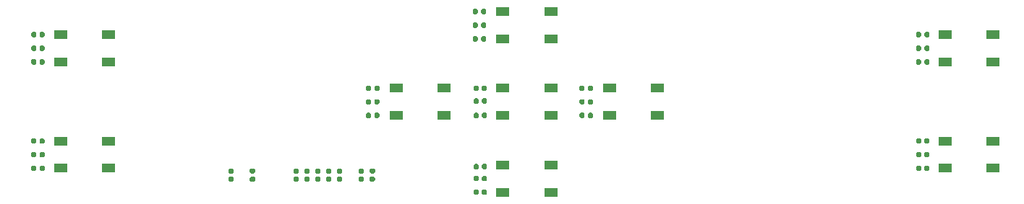
<source format=gbr>
%TF.GenerationSoftware,KiCad,Pcbnew,(5.1.6)-1*%
%TF.CreationDate,2020-11-03T20:56:16+09:00*%
%TF.ProjectId,FlightComputer-Keypad,466c6967-6874-4436-9f6d-70757465722d,rev?*%
%TF.SameCoordinates,Original*%
%TF.FileFunction,Paste,Top*%
%TF.FilePolarity,Positive*%
%FSLAX46Y46*%
G04 Gerber Fmt 4.6, Leading zero omitted, Abs format (unit mm)*
G04 Created by KiCad (PCBNEW (5.1.6)-1) date 2020-11-03 20:56:16*
%MOMM*%
%LPD*%
G01*
G04 APERTURE LIST*
%ADD10R,1.600000X1.000000*%
G04 APERTURE END LIST*
D10*
%TO.C,SW3*%
X134825000Y-91650000D03*
X134825000Y-88450000D03*
X140425000Y-91650000D03*
X140425000Y-88450000D03*
%TD*%
%TO.C,SW9*%
X95575000Y-97850000D03*
X95575000Y-94650000D03*
X101175000Y-97850000D03*
X101175000Y-94650000D03*
%TD*%
%TO.C,SW8*%
X95575000Y-85350000D03*
X95575000Y-82150000D03*
X101175000Y-85350000D03*
X101175000Y-82150000D03*
%TD*%
%TO.C,SW7*%
X199075000Y-97850000D03*
X199075000Y-94650000D03*
X204675000Y-97850000D03*
X204675000Y-94650000D03*
%TD*%
%TO.C,SW6*%
X199075000Y-85350000D03*
X199075000Y-82150000D03*
X204675000Y-85350000D03*
X204675000Y-82150000D03*
%TD*%
%TO.C,SW5*%
X147325000Y-91650000D03*
X147325000Y-88450000D03*
X152925000Y-91650000D03*
X152925000Y-88450000D03*
%TD*%
%TO.C,SW4*%
X159825000Y-91650000D03*
X159825000Y-88450000D03*
X165425000Y-91650000D03*
X165425000Y-88450000D03*
%TD*%
%TO.C,SW2*%
X147325000Y-100650000D03*
X147325000Y-97450000D03*
X152925000Y-100650000D03*
X152925000Y-97450000D03*
%TD*%
%TO.C,SW1*%
X147325000Y-82650000D03*
X147325000Y-79450000D03*
X152925000Y-82650000D03*
X152925000Y-79450000D03*
%TD*%
%TO.C,R27*%
G36*
G01*
X124202500Y-98840000D02*
X124547500Y-98840000D01*
G75*
G02*
X124695000Y-98987500I0J-147500D01*
G01*
X124695000Y-99282500D01*
G75*
G02*
X124547500Y-99430000I-147500J0D01*
G01*
X124202500Y-99430000D01*
G75*
G02*
X124055000Y-99282500I0J147500D01*
G01*
X124055000Y-98987500D01*
G75*
G02*
X124202500Y-98840000I147500J0D01*
G01*
G37*
G36*
G01*
X124202500Y-97870000D02*
X124547500Y-97870000D01*
G75*
G02*
X124695000Y-98017500I0J-147500D01*
G01*
X124695000Y-98312500D01*
G75*
G02*
X124547500Y-98460000I-147500J0D01*
G01*
X124202500Y-98460000D01*
G75*
G02*
X124055000Y-98312500I0J147500D01*
G01*
X124055000Y-98017500D01*
G75*
G02*
X124202500Y-97870000I147500J0D01*
G01*
G37*
%TD*%
%TO.C,R26*%
G36*
G01*
X115312500Y-98840000D02*
X115657500Y-98840000D01*
G75*
G02*
X115805000Y-98987500I0J-147500D01*
G01*
X115805000Y-99282500D01*
G75*
G02*
X115657500Y-99430000I-147500J0D01*
G01*
X115312500Y-99430000D01*
G75*
G02*
X115165000Y-99282500I0J147500D01*
G01*
X115165000Y-98987500D01*
G75*
G02*
X115312500Y-98840000I147500J0D01*
G01*
G37*
G36*
G01*
X115312500Y-97870000D02*
X115657500Y-97870000D01*
G75*
G02*
X115805000Y-98017500I0J-147500D01*
G01*
X115805000Y-98312500D01*
G75*
G02*
X115657500Y-98460000I-147500J0D01*
G01*
X115312500Y-98460000D01*
G75*
G02*
X115165000Y-98312500I0J147500D01*
G01*
X115165000Y-98017500D01*
G75*
G02*
X115312500Y-97870000I147500J0D01*
G01*
G37*
%TD*%
%TO.C,R25*%
G36*
G01*
X117832500Y-98840000D02*
X118177500Y-98840000D01*
G75*
G02*
X118325000Y-98987500I0J-147500D01*
G01*
X118325000Y-99282500D01*
G75*
G02*
X118177500Y-99430000I-147500J0D01*
G01*
X117832500Y-99430000D01*
G75*
G02*
X117685000Y-99282500I0J147500D01*
G01*
X117685000Y-98987500D01*
G75*
G02*
X117832500Y-98840000I147500J0D01*
G01*
G37*
G36*
G01*
X117832500Y-97870000D02*
X118177500Y-97870000D01*
G75*
G02*
X118325000Y-98017500I0J-147500D01*
G01*
X118325000Y-98312500D01*
G75*
G02*
X118177500Y-98460000I-147500J0D01*
G01*
X117832500Y-98460000D01*
G75*
G02*
X117685000Y-98312500I0J147500D01*
G01*
X117685000Y-98017500D01*
G75*
G02*
X117832500Y-97870000I147500J0D01*
G01*
G37*
%TD*%
%TO.C,R24*%
G36*
G01*
X122922500Y-98840000D02*
X123267500Y-98840000D01*
G75*
G02*
X123415000Y-98987500I0J-147500D01*
G01*
X123415000Y-99282500D01*
G75*
G02*
X123267500Y-99430000I-147500J0D01*
G01*
X122922500Y-99430000D01*
G75*
G02*
X122775000Y-99282500I0J147500D01*
G01*
X122775000Y-98987500D01*
G75*
G02*
X122922500Y-98840000I147500J0D01*
G01*
G37*
G36*
G01*
X122922500Y-97870000D02*
X123267500Y-97870000D01*
G75*
G02*
X123415000Y-98017500I0J-147500D01*
G01*
X123415000Y-98312500D01*
G75*
G02*
X123267500Y-98460000I-147500J0D01*
G01*
X122922500Y-98460000D01*
G75*
G02*
X122775000Y-98312500I0J147500D01*
G01*
X122775000Y-98017500D01*
G75*
G02*
X122922500Y-97870000I147500J0D01*
G01*
G37*
%TD*%
%TO.C,R23*%
G36*
G01*
X125477500Y-98840000D02*
X125822500Y-98840000D01*
G75*
G02*
X125970000Y-98987500I0J-147500D01*
G01*
X125970000Y-99282500D01*
G75*
G02*
X125822500Y-99430000I-147500J0D01*
G01*
X125477500Y-99430000D01*
G75*
G02*
X125330000Y-99282500I0J147500D01*
G01*
X125330000Y-98987500D01*
G75*
G02*
X125477500Y-98840000I147500J0D01*
G01*
G37*
G36*
G01*
X125477500Y-97870000D02*
X125822500Y-97870000D01*
G75*
G02*
X125970000Y-98017500I0J-147500D01*
G01*
X125970000Y-98312500D01*
G75*
G02*
X125822500Y-98460000I-147500J0D01*
G01*
X125477500Y-98460000D01*
G75*
G02*
X125330000Y-98312500I0J147500D01*
G01*
X125330000Y-98017500D01*
G75*
G02*
X125477500Y-97870000I147500J0D01*
G01*
G37*
%TD*%
%TO.C,R22*%
G36*
G01*
X128002500Y-98840000D02*
X128347500Y-98840000D01*
G75*
G02*
X128495000Y-98987500I0J-147500D01*
G01*
X128495000Y-99282500D01*
G75*
G02*
X128347500Y-99430000I-147500J0D01*
G01*
X128002500Y-99430000D01*
G75*
G02*
X127855000Y-99282500I0J147500D01*
G01*
X127855000Y-98987500D01*
G75*
G02*
X128002500Y-98840000I147500J0D01*
G01*
G37*
G36*
G01*
X128002500Y-97870000D02*
X128347500Y-97870000D01*
G75*
G02*
X128495000Y-98017500I0J-147500D01*
G01*
X128495000Y-98312500D01*
G75*
G02*
X128347500Y-98460000I-147500J0D01*
G01*
X128002500Y-98460000D01*
G75*
G02*
X127855000Y-98312500I0J147500D01*
G01*
X127855000Y-98017500D01*
G75*
G02*
X128002500Y-97870000I147500J0D01*
G01*
G37*
%TD*%
%TO.C,R21*%
G36*
G01*
X130552500Y-98850000D02*
X130897500Y-98850000D01*
G75*
G02*
X131045000Y-98997500I0J-147500D01*
G01*
X131045000Y-99292500D01*
G75*
G02*
X130897500Y-99440000I-147500J0D01*
G01*
X130552500Y-99440000D01*
G75*
G02*
X130405000Y-99292500I0J147500D01*
G01*
X130405000Y-98997500D01*
G75*
G02*
X130552500Y-98850000I147500J0D01*
G01*
G37*
G36*
G01*
X130552500Y-97880000D02*
X130897500Y-97880000D01*
G75*
G02*
X131045000Y-98027500I0J-147500D01*
G01*
X131045000Y-98322500D01*
G75*
G02*
X130897500Y-98470000I-147500J0D01*
G01*
X130552500Y-98470000D01*
G75*
G02*
X130405000Y-98322500I0J147500D01*
G01*
X130405000Y-98027500D01*
G75*
G02*
X130552500Y-97880000I147500J0D01*
G01*
G37*
%TD*%
%TO.C,R20*%
G36*
G01*
X132197500Y-98460000D02*
X131852500Y-98460000D01*
G75*
G02*
X131705000Y-98312500I0J147500D01*
G01*
X131705000Y-98017500D01*
G75*
G02*
X131852500Y-97870000I147500J0D01*
G01*
X132197500Y-97870000D01*
G75*
G02*
X132345000Y-98017500I0J-147500D01*
G01*
X132345000Y-98312500D01*
G75*
G02*
X132197500Y-98460000I-147500J0D01*
G01*
G37*
G36*
G01*
X132197500Y-99430000D02*
X131852500Y-99430000D01*
G75*
G02*
X131705000Y-99282500I0J147500D01*
G01*
X131705000Y-98987500D01*
G75*
G02*
X131852500Y-98840000I147500J0D01*
G01*
X132197500Y-98840000D01*
G75*
G02*
X132345000Y-98987500I0J-147500D01*
G01*
X132345000Y-99282500D01*
G75*
G02*
X132197500Y-99430000I-147500J0D01*
G01*
G37*
%TD*%
%TO.C,R19*%
G36*
G01*
X126752500Y-98840000D02*
X127097500Y-98840000D01*
G75*
G02*
X127245000Y-98987500I0J-147500D01*
G01*
X127245000Y-99282500D01*
G75*
G02*
X127097500Y-99430000I-147500J0D01*
G01*
X126752500Y-99430000D01*
G75*
G02*
X126605000Y-99282500I0J147500D01*
G01*
X126605000Y-98987500D01*
G75*
G02*
X126752500Y-98840000I147500J0D01*
G01*
G37*
G36*
G01*
X126752500Y-97870000D02*
X127097500Y-97870000D01*
G75*
G02*
X127245000Y-98017500I0J-147500D01*
G01*
X127245000Y-98312500D01*
G75*
G02*
X127097500Y-98460000I-147500J0D01*
G01*
X126752500Y-98460000D01*
G75*
G02*
X126605000Y-98312500I0J147500D01*
G01*
X126605000Y-98017500D01*
G75*
G02*
X126752500Y-97870000I147500J0D01*
G01*
G37*
%TD*%
%TO.C,R18*%
G36*
G01*
X93065000Y-96422500D02*
X93065000Y-96077500D01*
G75*
G02*
X93212500Y-95930000I147500J0D01*
G01*
X93507500Y-95930000D01*
G75*
G02*
X93655000Y-96077500I0J-147500D01*
G01*
X93655000Y-96422500D01*
G75*
G02*
X93507500Y-96570000I-147500J0D01*
G01*
X93212500Y-96570000D01*
G75*
G02*
X93065000Y-96422500I0J147500D01*
G01*
G37*
G36*
G01*
X92095000Y-96422500D02*
X92095000Y-96077500D01*
G75*
G02*
X92242500Y-95930000I147500J0D01*
G01*
X92537500Y-95930000D01*
G75*
G02*
X92685000Y-96077500I0J-147500D01*
G01*
X92685000Y-96422500D01*
G75*
G02*
X92537500Y-96570000I-147500J0D01*
G01*
X92242500Y-96570000D01*
G75*
G02*
X92095000Y-96422500I0J147500D01*
G01*
G37*
%TD*%
%TO.C,R17*%
G36*
G01*
X93065000Y-83922500D02*
X93065000Y-83577500D01*
G75*
G02*
X93212500Y-83430000I147500J0D01*
G01*
X93507500Y-83430000D01*
G75*
G02*
X93655000Y-83577500I0J-147500D01*
G01*
X93655000Y-83922500D01*
G75*
G02*
X93507500Y-84070000I-147500J0D01*
G01*
X93212500Y-84070000D01*
G75*
G02*
X93065000Y-83922500I0J147500D01*
G01*
G37*
G36*
G01*
X92095000Y-83922500D02*
X92095000Y-83577500D01*
G75*
G02*
X92242500Y-83430000I147500J0D01*
G01*
X92537500Y-83430000D01*
G75*
G02*
X92685000Y-83577500I0J-147500D01*
G01*
X92685000Y-83922500D01*
G75*
G02*
X92537500Y-84070000I-147500J0D01*
G01*
X92242500Y-84070000D01*
G75*
G02*
X92095000Y-83922500I0J147500D01*
G01*
G37*
%TD*%
%TO.C,R16*%
G36*
G01*
X196665000Y-96422500D02*
X196665000Y-96077500D01*
G75*
G02*
X196812500Y-95930000I147500J0D01*
G01*
X197107500Y-95930000D01*
G75*
G02*
X197255000Y-96077500I0J-147500D01*
G01*
X197255000Y-96422500D01*
G75*
G02*
X197107500Y-96570000I-147500J0D01*
G01*
X196812500Y-96570000D01*
G75*
G02*
X196665000Y-96422500I0J147500D01*
G01*
G37*
G36*
G01*
X195695000Y-96422500D02*
X195695000Y-96077500D01*
G75*
G02*
X195842500Y-95930000I147500J0D01*
G01*
X196137500Y-95930000D01*
G75*
G02*
X196285000Y-96077500I0J-147500D01*
G01*
X196285000Y-96422500D01*
G75*
G02*
X196137500Y-96570000I-147500J0D01*
G01*
X195842500Y-96570000D01*
G75*
G02*
X195695000Y-96422500I0J147500D01*
G01*
G37*
%TD*%
%TO.C,R15*%
G36*
G01*
X196665000Y-83922500D02*
X196665000Y-83577500D01*
G75*
G02*
X196812500Y-83430000I147500J0D01*
G01*
X197107500Y-83430000D01*
G75*
G02*
X197255000Y-83577500I0J-147500D01*
G01*
X197255000Y-83922500D01*
G75*
G02*
X197107500Y-84070000I-147500J0D01*
G01*
X196812500Y-84070000D01*
G75*
G02*
X196665000Y-83922500I0J147500D01*
G01*
G37*
G36*
G01*
X195695000Y-83922500D02*
X195695000Y-83577500D01*
G75*
G02*
X195842500Y-83430000I147500J0D01*
G01*
X196137500Y-83430000D01*
G75*
G02*
X196285000Y-83577500I0J-147500D01*
G01*
X196285000Y-83922500D01*
G75*
G02*
X196137500Y-84070000I-147500J0D01*
G01*
X195842500Y-84070000D01*
G75*
G02*
X195695000Y-83922500I0J147500D01*
G01*
G37*
%TD*%
%TO.C,R14*%
G36*
G01*
X92685000Y-94477500D02*
X92685000Y-94822500D01*
G75*
G02*
X92537500Y-94970000I-147500J0D01*
G01*
X92242500Y-94970000D01*
G75*
G02*
X92095000Y-94822500I0J147500D01*
G01*
X92095000Y-94477500D01*
G75*
G02*
X92242500Y-94330000I147500J0D01*
G01*
X92537500Y-94330000D01*
G75*
G02*
X92685000Y-94477500I0J-147500D01*
G01*
G37*
G36*
G01*
X93655000Y-94477500D02*
X93655000Y-94822500D01*
G75*
G02*
X93507500Y-94970000I-147500J0D01*
G01*
X93212500Y-94970000D01*
G75*
G02*
X93065000Y-94822500I0J147500D01*
G01*
X93065000Y-94477500D01*
G75*
G02*
X93212500Y-94330000I147500J0D01*
G01*
X93507500Y-94330000D01*
G75*
G02*
X93655000Y-94477500I0J-147500D01*
G01*
G37*
%TD*%
%TO.C,R13*%
G36*
G01*
X92685000Y-81977500D02*
X92685000Y-82322500D01*
G75*
G02*
X92537500Y-82470000I-147500J0D01*
G01*
X92242500Y-82470000D01*
G75*
G02*
X92095000Y-82322500I0J147500D01*
G01*
X92095000Y-81977500D01*
G75*
G02*
X92242500Y-81830000I147500J0D01*
G01*
X92537500Y-81830000D01*
G75*
G02*
X92685000Y-81977500I0J-147500D01*
G01*
G37*
G36*
G01*
X93655000Y-81977500D02*
X93655000Y-82322500D01*
G75*
G02*
X93507500Y-82470000I-147500J0D01*
G01*
X93212500Y-82470000D01*
G75*
G02*
X93065000Y-82322500I0J147500D01*
G01*
X93065000Y-81977500D01*
G75*
G02*
X93212500Y-81830000I147500J0D01*
G01*
X93507500Y-81830000D01*
G75*
G02*
X93655000Y-81977500I0J-147500D01*
G01*
G37*
%TD*%
%TO.C,R12*%
G36*
G01*
X196285000Y-94477500D02*
X196285000Y-94822500D01*
G75*
G02*
X196137500Y-94970000I-147500J0D01*
G01*
X195842500Y-94970000D01*
G75*
G02*
X195695000Y-94822500I0J147500D01*
G01*
X195695000Y-94477500D01*
G75*
G02*
X195842500Y-94330000I147500J0D01*
G01*
X196137500Y-94330000D01*
G75*
G02*
X196285000Y-94477500I0J-147500D01*
G01*
G37*
G36*
G01*
X197255000Y-94477500D02*
X197255000Y-94822500D01*
G75*
G02*
X197107500Y-94970000I-147500J0D01*
G01*
X196812500Y-94970000D01*
G75*
G02*
X196665000Y-94822500I0J147500D01*
G01*
X196665000Y-94477500D01*
G75*
G02*
X196812500Y-94330000I147500J0D01*
G01*
X197107500Y-94330000D01*
G75*
G02*
X197255000Y-94477500I0J-147500D01*
G01*
G37*
%TD*%
%TO.C,R11*%
G36*
G01*
X196285000Y-81977500D02*
X196285000Y-82322500D01*
G75*
G02*
X196137500Y-82470000I-147500J0D01*
G01*
X195842500Y-82470000D01*
G75*
G02*
X195695000Y-82322500I0J147500D01*
G01*
X195695000Y-81977500D01*
G75*
G02*
X195842500Y-81830000I147500J0D01*
G01*
X196137500Y-81830000D01*
G75*
G02*
X196285000Y-81977500I0J-147500D01*
G01*
G37*
G36*
G01*
X197255000Y-81977500D02*
X197255000Y-82322500D01*
G75*
G02*
X197107500Y-82470000I-147500J0D01*
G01*
X196812500Y-82470000D01*
G75*
G02*
X196665000Y-82322500I0J147500D01*
G01*
X196665000Y-81977500D01*
G75*
G02*
X196812500Y-81830000I147500J0D01*
G01*
X197107500Y-81830000D01*
G75*
G02*
X197255000Y-81977500I0J-147500D01*
G01*
G37*
%TD*%
%TO.C,R10*%
G36*
G01*
X144865000Y-90122500D02*
X144865000Y-89777500D01*
G75*
G02*
X145012500Y-89630000I147500J0D01*
G01*
X145307500Y-89630000D01*
G75*
G02*
X145455000Y-89777500I0J-147500D01*
G01*
X145455000Y-90122500D01*
G75*
G02*
X145307500Y-90270000I-147500J0D01*
G01*
X145012500Y-90270000D01*
G75*
G02*
X144865000Y-90122500I0J147500D01*
G01*
G37*
G36*
G01*
X143895000Y-90122500D02*
X143895000Y-89777500D01*
G75*
G02*
X144042500Y-89630000I147500J0D01*
G01*
X144337500Y-89630000D01*
G75*
G02*
X144485000Y-89777500I0J-147500D01*
G01*
X144485000Y-90122500D01*
G75*
G02*
X144337500Y-90270000I-147500J0D01*
G01*
X144042500Y-90270000D01*
G75*
G02*
X143895000Y-90122500I0J147500D01*
G01*
G37*
%TD*%
%TO.C,R9*%
G36*
G01*
X157265000Y-90222500D02*
X157265000Y-89877500D01*
G75*
G02*
X157412500Y-89730000I147500J0D01*
G01*
X157707500Y-89730000D01*
G75*
G02*
X157855000Y-89877500I0J-147500D01*
G01*
X157855000Y-90222500D01*
G75*
G02*
X157707500Y-90370000I-147500J0D01*
G01*
X157412500Y-90370000D01*
G75*
G02*
X157265000Y-90222500I0J147500D01*
G01*
G37*
G36*
G01*
X156295000Y-90222500D02*
X156295000Y-89877500D01*
G75*
G02*
X156442500Y-89730000I147500J0D01*
G01*
X156737500Y-89730000D01*
G75*
G02*
X156885000Y-89877500I0J-147500D01*
G01*
X156885000Y-90222500D01*
G75*
G02*
X156737500Y-90370000I-147500J0D01*
G01*
X156442500Y-90370000D01*
G75*
G02*
X156295000Y-90222500I0J147500D01*
G01*
G37*
%TD*%
%TO.C,R8*%
G36*
G01*
X132265000Y-90222500D02*
X132265000Y-89877500D01*
G75*
G02*
X132412500Y-89730000I147500J0D01*
G01*
X132707500Y-89730000D01*
G75*
G02*
X132855000Y-89877500I0J-147500D01*
G01*
X132855000Y-90222500D01*
G75*
G02*
X132707500Y-90370000I-147500J0D01*
G01*
X132412500Y-90370000D01*
G75*
G02*
X132265000Y-90222500I0J147500D01*
G01*
G37*
G36*
G01*
X131295000Y-90222500D02*
X131295000Y-89877500D01*
G75*
G02*
X131442500Y-89730000I147500J0D01*
G01*
X131737500Y-89730000D01*
G75*
G02*
X131885000Y-89877500I0J-147500D01*
G01*
X131885000Y-90222500D01*
G75*
G02*
X131737500Y-90370000I-147500J0D01*
G01*
X131442500Y-90370000D01*
G75*
G02*
X131295000Y-90222500I0J147500D01*
G01*
G37*
%TD*%
%TO.C,R7*%
G36*
G01*
X144865000Y-99222500D02*
X144865000Y-98877500D01*
G75*
G02*
X145012500Y-98730000I147500J0D01*
G01*
X145307500Y-98730000D01*
G75*
G02*
X145455000Y-98877500I0J-147500D01*
G01*
X145455000Y-99222500D01*
G75*
G02*
X145307500Y-99370000I-147500J0D01*
G01*
X145012500Y-99370000D01*
G75*
G02*
X144865000Y-99222500I0J147500D01*
G01*
G37*
G36*
G01*
X143895000Y-99222500D02*
X143895000Y-98877500D01*
G75*
G02*
X144042500Y-98730000I147500J0D01*
G01*
X144337500Y-98730000D01*
G75*
G02*
X144485000Y-98877500I0J-147500D01*
G01*
X144485000Y-99222500D01*
G75*
G02*
X144337500Y-99370000I-147500J0D01*
G01*
X144042500Y-99370000D01*
G75*
G02*
X143895000Y-99222500I0J147500D01*
G01*
G37*
%TD*%
%TO.C,R6*%
G36*
G01*
X144765000Y-81222500D02*
X144765000Y-80877500D01*
G75*
G02*
X144912500Y-80730000I147500J0D01*
G01*
X145207500Y-80730000D01*
G75*
G02*
X145355000Y-80877500I0J-147500D01*
G01*
X145355000Y-81222500D01*
G75*
G02*
X145207500Y-81370000I-147500J0D01*
G01*
X144912500Y-81370000D01*
G75*
G02*
X144765000Y-81222500I0J147500D01*
G01*
G37*
G36*
G01*
X143795000Y-81222500D02*
X143795000Y-80877500D01*
G75*
G02*
X143942500Y-80730000I147500J0D01*
G01*
X144237500Y-80730000D01*
G75*
G02*
X144385000Y-80877500I0J-147500D01*
G01*
X144385000Y-81222500D01*
G75*
G02*
X144237500Y-81370000I-147500J0D01*
G01*
X143942500Y-81370000D01*
G75*
G02*
X143795000Y-81222500I0J147500D01*
G01*
G37*
%TD*%
%TO.C,R5*%
G36*
G01*
X144485000Y-88277500D02*
X144485000Y-88622500D01*
G75*
G02*
X144337500Y-88770000I-147500J0D01*
G01*
X144042500Y-88770000D01*
G75*
G02*
X143895000Y-88622500I0J147500D01*
G01*
X143895000Y-88277500D01*
G75*
G02*
X144042500Y-88130000I147500J0D01*
G01*
X144337500Y-88130000D01*
G75*
G02*
X144485000Y-88277500I0J-147500D01*
G01*
G37*
G36*
G01*
X145455000Y-88277500D02*
X145455000Y-88622500D01*
G75*
G02*
X145307500Y-88770000I-147500J0D01*
G01*
X145012500Y-88770000D01*
G75*
G02*
X144865000Y-88622500I0J147500D01*
G01*
X144865000Y-88277500D01*
G75*
G02*
X145012500Y-88130000I147500J0D01*
G01*
X145307500Y-88130000D01*
G75*
G02*
X145455000Y-88277500I0J-147500D01*
G01*
G37*
%TD*%
%TO.C,R4*%
G36*
G01*
X156885000Y-88277500D02*
X156885000Y-88622500D01*
G75*
G02*
X156737500Y-88770000I-147500J0D01*
G01*
X156442500Y-88770000D01*
G75*
G02*
X156295000Y-88622500I0J147500D01*
G01*
X156295000Y-88277500D01*
G75*
G02*
X156442500Y-88130000I147500J0D01*
G01*
X156737500Y-88130000D01*
G75*
G02*
X156885000Y-88277500I0J-147500D01*
G01*
G37*
G36*
G01*
X157855000Y-88277500D02*
X157855000Y-88622500D01*
G75*
G02*
X157707500Y-88770000I-147500J0D01*
G01*
X157412500Y-88770000D01*
G75*
G02*
X157265000Y-88622500I0J147500D01*
G01*
X157265000Y-88277500D01*
G75*
G02*
X157412500Y-88130000I147500J0D01*
G01*
X157707500Y-88130000D01*
G75*
G02*
X157855000Y-88277500I0J-147500D01*
G01*
G37*
%TD*%
%TO.C,R3*%
G36*
G01*
X131885000Y-88277500D02*
X131885000Y-88622500D01*
G75*
G02*
X131737500Y-88770000I-147500J0D01*
G01*
X131442500Y-88770000D01*
G75*
G02*
X131295000Y-88622500I0J147500D01*
G01*
X131295000Y-88277500D01*
G75*
G02*
X131442500Y-88130000I147500J0D01*
G01*
X131737500Y-88130000D01*
G75*
G02*
X131885000Y-88277500I0J-147500D01*
G01*
G37*
G36*
G01*
X132855000Y-88277500D02*
X132855000Y-88622500D01*
G75*
G02*
X132707500Y-88770000I-147500J0D01*
G01*
X132412500Y-88770000D01*
G75*
G02*
X132265000Y-88622500I0J147500D01*
G01*
X132265000Y-88277500D01*
G75*
G02*
X132412500Y-88130000I147500J0D01*
G01*
X132707500Y-88130000D01*
G75*
G02*
X132855000Y-88277500I0J-147500D01*
G01*
G37*
%TD*%
%TO.C,R2*%
G36*
G01*
X144485000Y-97477500D02*
X144485000Y-97822500D01*
G75*
G02*
X144337500Y-97970000I-147500J0D01*
G01*
X144042500Y-97970000D01*
G75*
G02*
X143895000Y-97822500I0J147500D01*
G01*
X143895000Y-97477500D01*
G75*
G02*
X144042500Y-97330000I147500J0D01*
G01*
X144337500Y-97330000D01*
G75*
G02*
X144485000Y-97477500I0J-147500D01*
G01*
G37*
G36*
G01*
X145455000Y-97477500D02*
X145455000Y-97822500D01*
G75*
G02*
X145307500Y-97970000I-147500J0D01*
G01*
X145012500Y-97970000D01*
G75*
G02*
X144865000Y-97822500I0J147500D01*
G01*
X144865000Y-97477500D01*
G75*
G02*
X145012500Y-97330000I147500J0D01*
G01*
X145307500Y-97330000D01*
G75*
G02*
X145455000Y-97477500I0J-147500D01*
G01*
G37*
%TD*%
%TO.C,R1*%
G36*
G01*
X144385000Y-79277500D02*
X144385000Y-79622500D01*
G75*
G02*
X144237500Y-79770000I-147500J0D01*
G01*
X143942500Y-79770000D01*
G75*
G02*
X143795000Y-79622500I0J147500D01*
G01*
X143795000Y-79277500D01*
G75*
G02*
X143942500Y-79130000I147500J0D01*
G01*
X144237500Y-79130000D01*
G75*
G02*
X144385000Y-79277500I0J-147500D01*
G01*
G37*
G36*
G01*
X145355000Y-79277500D02*
X145355000Y-79622500D01*
G75*
G02*
X145207500Y-79770000I-147500J0D01*
G01*
X144912500Y-79770000D01*
G75*
G02*
X144765000Y-79622500I0J147500D01*
G01*
X144765000Y-79277500D01*
G75*
G02*
X144912500Y-79130000I147500J0D01*
G01*
X145207500Y-79130000D01*
G75*
G02*
X145355000Y-79277500I0J-147500D01*
G01*
G37*
%TD*%
%TO.C,C9*%
G36*
G01*
X92685000Y-97677500D02*
X92685000Y-98022500D01*
G75*
G02*
X92537500Y-98170000I-147500J0D01*
G01*
X92242500Y-98170000D01*
G75*
G02*
X92095000Y-98022500I0J147500D01*
G01*
X92095000Y-97677500D01*
G75*
G02*
X92242500Y-97530000I147500J0D01*
G01*
X92537500Y-97530000D01*
G75*
G02*
X92685000Y-97677500I0J-147500D01*
G01*
G37*
G36*
G01*
X93655000Y-97677500D02*
X93655000Y-98022500D01*
G75*
G02*
X93507500Y-98170000I-147500J0D01*
G01*
X93212500Y-98170000D01*
G75*
G02*
X93065000Y-98022500I0J147500D01*
G01*
X93065000Y-97677500D01*
G75*
G02*
X93212500Y-97530000I147500J0D01*
G01*
X93507500Y-97530000D01*
G75*
G02*
X93655000Y-97677500I0J-147500D01*
G01*
G37*
%TD*%
%TO.C,C8*%
G36*
G01*
X92685000Y-85177500D02*
X92685000Y-85522500D01*
G75*
G02*
X92537500Y-85670000I-147500J0D01*
G01*
X92242500Y-85670000D01*
G75*
G02*
X92095000Y-85522500I0J147500D01*
G01*
X92095000Y-85177500D01*
G75*
G02*
X92242500Y-85030000I147500J0D01*
G01*
X92537500Y-85030000D01*
G75*
G02*
X92685000Y-85177500I0J-147500D01*
G01*
G37*
G36*
G01*
X93655000Y-85177500D02*
X93655000Y-85522500D01*
G75*
G02*
X93507500Y-85670000I-147500J0D01*
G01*
X93212500Y-85670000D01*
G75*
G02*
X93065000Y-85522500I0J147500D01*
G01*
X93065000Y-85177500D01*
G75*
G02*
X93212500Y-85030000I147500J0D01*
G01*
X93507500Y-85030000D01*
G75*
G02*
X93655000Y-85177500I0J-147500D01*
G01*
G37*
%TD*%
%TO.C,C7*%
G36*
G01*
X196285000Y-97677500D02*
X196285000Y-98022500D01*
G75*
G02*
X196137500Y-98170000I-147500J0D01*
G01*
X195842500Y-98170000D01*
G75*
G02*
X195695000Y-98022500I0J147500D01*
G01*
X195695000Y-97677500D01*
G75*
G02*
X195842500Y-97530000I147500J0D01*
G01*
X196137500Y-97530000D01*
G75*
G02*
X196285000Y-97677500I0J-147500D01*
G01*
G37*
G36*
G01*
X197255000Y-97677500D02*
X197255000Y-98022500D01*
G75*
G02*
X197107500Y-98170000I-147500J0D01*
G01*
X196812500Y-98170000D01*
G75*
G02*
X196665000Y-98022500I0J147500D01*
G01*
X196665000Y-97677500D01*
G75*
G02*
X196812500Y-97530000I147500J0D01*
G01*
X197107500Y-97530000D01*
G75*
G02*
X197255000Y-97677500I0J-147500D01*
G01*
G37*
%TD*%
%TO.C,C6*%
G36*
G01*
X196285000Y-85177500D02*
X196285000Y-85522500D01*
G75*
G02*
X196137500Y-85670000I-147500J0D01*
G01*
X195842500Y-85670000D01*
G75*
G02*
X195695000Y-85522500I0J147500D01*
G01*
X195695000Y-85177500D01*
G75*
G02*
X195842500Y-85030000I147500J0D01*
G01*
X196137500Y-85030000D01*
G75*
G02*
X196285000Y-85177500I0J-147500D01*
G01*
G37*
G36*
G01*
X197255000Y-85177500D02*
X197255000Y-85522500D01*
G75*
G02*
X197107500Y-85670000I-147500J0D01*
G01*
X196812500Y-85670000D01*
G75*
G02*
X196665000Y-85522500I0J147500D01*
G01*
X196665000Y-85177500D01*
G75*
G02*
X196812500Y-85030000I147500J0D01*
G01*
X197107500Y-85030000D01*
G75*
G02*
X197255000Y-85177500I0J-147500D01*
G01*
G37*
%TD*%
%TO.C,C5*%
G36*
G01*
X144485000Y-91477500D02*
X144485000Y-91822500D01*
G75*
G02*
X144337500Y-91970000I-147500J0D01*
G01*
X144042500Y-91970000D01*
G75*
G02*
X143895000Y-91822500I0J147500D01*
G01*
X143895000Y-91477500D01*
G75*
G02*
X144042500Y-91330000I147500J0D01*
G01*
X144337500Y-91330000D01*
G75*
G02*
X144485000Y-91477500I0J-147500D01*
G01*
G37*
G36*
G01*
X145455000Y-91477500D02*
X145455000Y-91822500D01*
G75*
G02*
X145307500Y-91970000I-147500J0D01*
G01*
X145012500Y-91970000D01*
G75*
G02*
X144865000Y-91822500I0J147500D01*
G01*
X144865000Y-91477500D01*
G75*
G02*
X145012500Y-91330000I147500J0D01*
G01*
X145307500Y-91330000D01*
G75*
G02*
X145455000Y-91477500I0J-147500D01*
G01*
G37*
%TD*%
%TO.C,C4*%
G36*
G01*
X156885000Y-91477500D02*
X156885000Y-91822500D01*
G75*
G02*
X156737500Y-91970000I-147500J0D01*
G01*
X156442500Y-91970000D01*
G75*
G02*
X156295000Y-91822500I0J147500D01*
G01*
X156295000Y-91477500D01*
G75*
G02*
X156442500Y-91330000I147500J0D01*
G01*
X156737500Y-91330000D01*
G75*
G02*
X156885000Y-91477500I0J-147500D01*
G01*
G37*
G36*
G01*
X157855000Y-91477500D02*
X157855000Y-91822500D01*
G75*
G02*
X157707500Y-91970000I-147500J0D01*
G01*
X157412500Y-91970000D01*
G75*
G02*
X157265000Y-91822500I0J147500D01*
G01*
X157265000Y-91477500D01*
G75*
G02*
X157412500Y-91330000I147500J0D01*
G01*
X157707500Y-91330000D01*
G75*
G02*
X157855000Y-91477500I0J-147500D01*
G01*
G37*
%TD*%
%TO.C,C3*%
G36*
G01*
X131885000Y-91477500D02*
X131885000Y-91822500D01*
G75*
G02*
X131737500Y-91970000I-147500J0D01*
G01*
X131442500Y-91970000D01*
G75*
G02*
X131295000Y-91822500I0J147500D01*
G01*
X131295000Y-91477500D01*
G75*
G02*
X131442500Y-91330000I147500J0D01*
G01*
X131737500Y-91330000D01*
G75*
G02*
X131885000Y-91477500I0J-147500D01*
G01*
G37*
G36*
G01*
X132855000Y-91477500D02*
X132855000Y-91822500D01*
G75*
G02*
X132707500Y-91970000I-147500J0D01*
G01*
X132412500Y-91970000D01*
G75*
G02*
X132265000Y-91822500I0J147500D01*
G01*
X132265000Y-91477500D01*
G75*
G02*
X132412500Y-91330000I147500J0D01*
G01*
X132707500Y-91330000D01*
G75*
G02*
X132855000Y-91477500I0J-147500D01*
G01*
G37*
%TD*%
%TO.C,C2*%
G36*
G01*
X144485000Y-100477500D02*
X144485000Y-100822500D01*
G75*
G02*
X144337500Y-100970000I-147500J0D01*
G01*
X144042500Y-100970000D01*
G75*
G02*
X143895000Y-100822500I0J147500D01*
G01*
X143895000Y-100477500D01*
G75*
G02*
X144042500Y-100330000I147500J0D01*
G01*
X144337500Y-100330000D01*
G75*
G02*
X144485000Y-100477500I0J-147500D01*
G01*
G37*
G36*
G01*
X145455000Y-100477500D02*
X145455000Y-100822500D01*
G75*
G02*
X145307500Y-100970000I-147500J0D01*
G01*
X145012500Y-100970000D01*
G75*
G02*
X144865000Y-100822500I0J147500D01*
G01*
X144865000Y-100477500D01*
G75*
G02*
X145012500Y-100330000I147500J0D01*
G01*
X145307500Y-100330000D01*
G75*
G02*
X145455000Y-100477500I0J-147500D01*
G01*
G37*
%TD*%
%TO.C,C1*%
G36*
G01*
X144385000Y-82477500D02*
X144385000Y-82822500D01*
G75*
G02*
X144237500Y-82970000I-147500J0D01*
G01*
X143942500Y-82970000D01*
G75*
G02*
X143795000Y-82822500I0J147500D01*
G01*
X143795000Y-82477500D01*
G75*
G02*
X143942500Y-82330000I147500J0D01*
G01*
X144237500Y-82330000D01*
G75*
G02*
X144385000Y-82477500I0J-147500D01*
G01*
G37*
G36*
G01*
X145355000Y-82477500D02*
X145355000Y-82822500D01*
G75*
G02*
X145207500Y-82970000I-147500J0D01*
G01*
X144912500Y-82970000D01*
G75*
G02*
X144765000Y-82822500I0J147500D01*
G01*
X144765000Y-82477500D01*
G75*
G02*
X144912500Y-82330000I147500J0D01*
G01*
X145207500Y-82330000D01*
G75*
G02*
X145355000Y-82477500I0J-147500D01*
G01*
G37*
%TD*%
M02*

</source>
